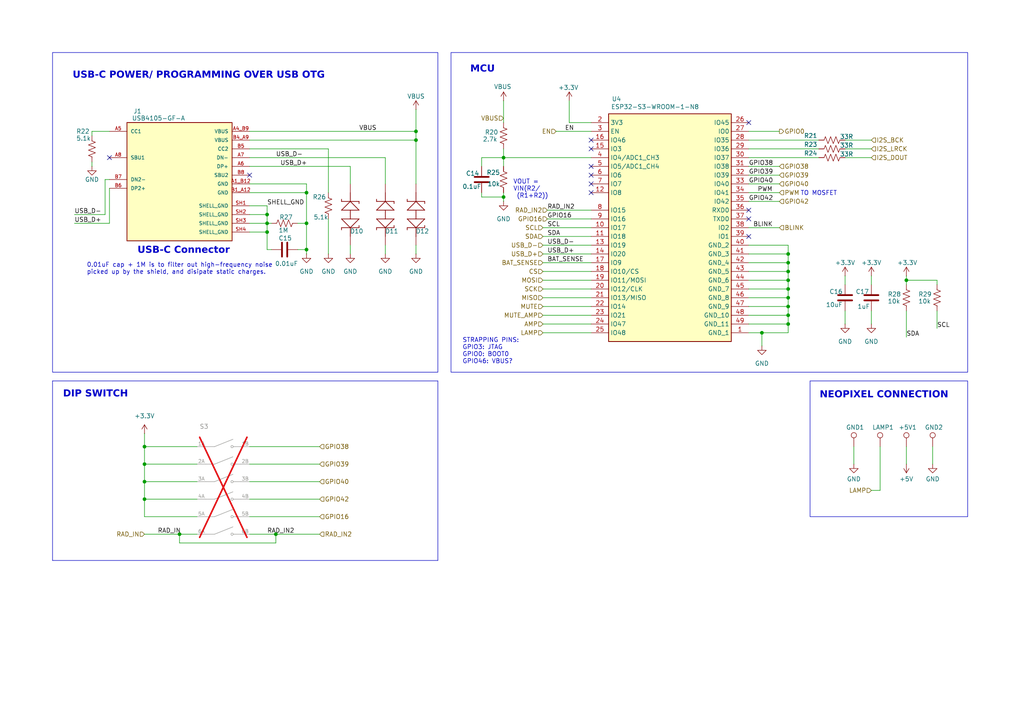
<source format=kicad_sch>
(kicad_sch (version 20250114) (generator "eeschema") (generator_version "9.0")
  (paper "A4")
  (lib_symbols
    (symbol "C_1" (pin_numbers (hide yes)) (pin_names (offset 0.254))
      (property "Reference" "C" (at 0.635 2.54 0))
      (property "Value" "C" (at 0.635 -2.54 0))
      (symbol "C_1_0_1"
        (polyline (pts (xy -2.032 0.762) (xy 2.032 0.762)) (stroke (width 0.508)))
        (polyline (pts (xy -2.032 -0.762) (xy 2.032 -0.762)) (stroke (width 0.508)))
      )
      (symbol "C_1_1_1"
        (pin passive line (at 0 3.81 270) (length 2.794) (name "~") (number "1"))
        (pin passive line (at 0 -3.81 90) (length 2.794) (name "~") (number "2"))
      )
    )
    (symbol "C_2" (pin_numbers (hide yes)) (pin_names (offset 0.254))
      (property "Reference" "C" (at 0.635 2.54 0))
      (property "Value" "C" (at 0.635 -2.54 0))
      (symbol "C_2_0_1"
        (polyline (pts (xy -2.032 0.762) (xy 2.032 0.762)) (stroke (width 0.508)))
        (polyline (pts (xy -2.032 -0.762) (xy 2.032 -0.762)) (stroke (width 0.508)))
      )
      (symbol "C_2_1_1"
        (pin passive line (at 0 3.81 270) (length 2.794) (name "~") (number "1"))
        (pin passive line (at 0 -3.81 90) (length 2.794) (name "~") (number "2"))
      )
    )
    (symbol "C_3" (pin_numbers (hide yes)) (pin_names (offset 0.254))
      (property "Reference" "C" (at 0.635 2.54 0))
      (property "Value" "C" (at 0.635 -2.54 0))
      (symbol "C_3_0_1"
        (polyline (pts (xy -2.032 0.762) (xy 2.032 0.762)) (stroke (width 0.508)))
        (polyline (pts (xy -2.032 -0.762) (xy 2.032 -0.762)) (stroke (width 0.508)))
      )
      (symbol "C_3_1_1"
        (pin passive line (at 0 3.81 270) (length 2.794) (name "~") (number "1"))
        (pin passive line (at 0 -3.81 90) (length 2.794) (name "~") (number "2"))
      )
    )
    (symbol "Connector:TestPoint" (pin_numbers (hide yes)) (pin_names (offset 0.762) (hide yes))
      (property "Reference" "TP" (at 0 6.858 0))
      (property "Value" "TestPoint" (at 0 5.08 0))
      (symbol "TestPoint_0_1"
        (circle (center 0 3.302) (radius 0.762))
      )
      (symbol "TestPoint_1_1"
        (pin passive line (at 0 0 90) (length 2.54) (name "1") (number "1"))
      )
    )
    (symbol "DIP SWITCH DS04-254-2-06BK-SMT:DS04-254-2-06BK-SMT" (pin_names (offset 1.016))
      (property "Reference" "S" (at -2.54 15.24 0))
      (property "Value" "DS04-254-2-06BK-SMT" (at -2.54 -15.24 0))
      (symbol "DS04-254-2-06BK-SMT_0_0"
        (polyline (pts (xy -2.54 12.7) (xy -5.08 12.7)) (stroke (width 0.1524)))
        (polyline (pts (xy -2.54 12.7) (xy 2.794 14.8336)) (stroke (width 0.1524)))
        (polyline (pts (xy -2.54 7.62) (xy -5.08 7.62)) (stroke (width 0.1524)))
        (polyline (pts (xy -2.54 7.62) (xy 2.794 9.7536)) (stroke (width 0.1524)))
        (polyline (pts (xy -2.54 2.54) (xy -5.08 2.54)) (stroke (width 0.1524)))
        (polyline (pts (xy -2.54 2.54) (xy 2.794 4.6736)) (stroke (width 0.1524)))
        (polyline (pts (xy -2.54 -2.54) (xy -5.08 -2.54)) (stroke (width 0.1524)))
        (polyline (pts (xy -2.54 -2.54) (xy 2.794 -0.4064)) (stroke (width 0.1524)))
        (polyline (pts (xy -2.54 -7.62) (xy -5.08 -7.62)) (stroke (width 0.1524)))
        (polyline (pts (xy -2.54 -7.62) (xy 2.794 -5.4864)) (stroke (width 0.1524)))
        (polyline (pts (xy -2.54 -12.7) (xy -5.08 -12.7)) (stroke (width 0.1524)))
        (polyline (pts (xy -2.54 -12.7) (xy 2.794 -10.5664)) (stroke (width 0.1524)))
        (circle (center 2.54 12.7) (radius 0.3302) (stroke (width 0.1524)))
        (circle (center 2.54 7.62) (radius 0.3302) (stroke (width 0.1524)))
        (circle (center 2.54 2.54) (radius 0.3302) (stroke (width 0.1524)))
        (circle (center 2.54 -2.54) (radius 0.3302) (stroke (width 0.1524)))
        (circle (center 2.54 -7.62) (radius 0.3302) (stroke (width 0.1524)))
        (circle (center 2.54 -12.7) (radius 0.3302) (stroke (width 0.1524)))
        (polyline (pts (xy 5.08 12.7) (xy 2.921 12.7)) (stroke (width 0.1524)))
        (polyline (pts (xy 5.08 7.62) (xy 2.921 7.62)) (stroke (width 0.1524)))
        (polyline (pts (xy 5.08 2.54) (xy 2.921 2.54)) (stroke (width 0.1524)))
        (polyline (pts (xy 5.08 -2.54) (xy 2.921 -2.54)) (stroke (width 0.1524)))
        (polyline (pts (xy 5.08 -7.62) (xy 2.921 -7.62)) (stroke (width 0.1524)))
        (polyline (pts (xy 5.08 -12.7) (xy 2.921 -12.7)) (stroke (width 0.1524)))
        (pin passive line (at -7.62 12.7 0) (length 2.54) (name "~") (number "1A"))
        (pin passive line (at -7.62 7.62 0) (length 2.54) (name "~") (number "2A"))
        (pin passive line (at -7.62 2.54 0) (length 2.54) (name "~") (number "3A"))
        (pin passive line (at -7.62 -2.54 0) (length 2.54) (name "~") (number "4A"))
        (pin passive line (at -7.62 -7.62 0) (length 2.54) (name "~") (number "5A"))
        (pin passive line (at -7.62 -12.7 0) (length 2.54) (name "~") (number "6A"))
        (pin passive line (at 7.62 12.7 180) (length 2.54) (name "~") (number "1B"))
        (pin passive line (at 7.62 7.62 180) (length 2.54) (name "~") (number "2B"))
        (pin passive line (at 7.62 2.54 180) (length 2.54) (name "~") (number "3B"))
        (pin passive line (at 7.62 -2.54 180) (length 2.54) (name "~") (number "4B"))
        (pin passive line (at 7.62 -7.62 180) (length 2.54) (name "~") (number "5B"))
        (pin passive line (at 7.62 -12.7 180) (length 2.54) (name "~") (number "6B"))
      )
    )
    (symbol "Device:C" (pin_numbers (hide yes)) (pin_names (offset 0.254))
      (property "Reference" "C" (at 0.635 2.54 0))
      (property "Value" "C" (at 0.635 -2.54 0))
      (symbol "C_0_1"
        (polyline (pts (xy -2.032 0.762) (xy 2.032 0.762)) (stroke (width 0.508)))
        (polyline (pts (xy -2.032 -0.762) (xy 2.032 -0.762)) (stroke (width 0.508)))
      )
      (symbol "C_1_1"
        (pin passive line (at 0 3.81 270) (length 2.794) (name "~") (number "1"))
        (pin passive line (at 0 -3.81 90) (length 2.794) (name "~") (number "2"))
      )
    )
    (symbol "Device:R_US" (pin_numbers (hide yes)) (pin_names (offset 0))
      (property "Reference" "R" (at 2.54 0 90))
      (property "Value" "R_US" (at -2.54 0 90))
      (symbol "R_US_0_1"
        (polyline (pts (xy 0 2.286) (xy 0 2.54)))
        (polyline (pts (xy 0 2.286) (xy 1.016 1.905) (xy 0 1.524) (xy -1.016 1.143) (xy 0 0.762)))
        (polyline (pts (xy 0 0.762) (xy 1.016 0.381) (xy 0 0) (xy -1.016 -0.381) (xy 0 -0.762)))
        (polyline (pts (xy 0 -0.762) (xy 1.016 -1.143) (xy 0 -1.524) (xy -1.016 -1.905) (xy 0 -2.286)))
        (polyline (pts (xy 0 -2.286) (xy 0 -2.54)))
      )
      (symbol "R_US_1_1"
        (pin passive line (at 0 3.81 270) (length 1.27) (name "~") (number "1"))
        (pin passive line (at 0 -3.81 90) (length 1.27) (name "~") (number "2"))
      )
    )
    (symbol "ESP32-S3-WROOM-1-N8:ESP32-S3-WROOM-1-N8"
      (property "Reference" "U" (at -10.16 29.21 0))
      (property "Value" "ESP32-S3-WROOM-1-N8" (at -10.16 26.67 0))
      (symbol "ESP32-S3-WROOM-1-N8_1_1"
        (rectangle (start -10.16 24.13) (end 25.4 -41.91) (stroke (width 0.254)) (fill (type background)))
        (pin passive line (at -15.24 21.59 0) (length 5.08) (name "3V3") (number "2"))
        (pin passive line (at -15.24 19.05 0) (length 5.08) (name "EN") (number "3"))
        (pin passive line (at -15.24 16.51 0) (length 5.08) (name "IO46") (number "16"))
        (pin passive line (at -15.24 13.97 0) (length 5.08) (name "IO3") (number "15"))
        (pin passive line (at -15.24 11.43 0) (length 5.08) (name "IO4/ADC1_CH3") (number "4"))
        (pin passive line (at -15.24 8.89 0) (length 5.08) (name "IO5/ADC1_CH4") (number "5"))
        (pin passive line (at -15.24 6.35 0) (length 5.08) (name "IO6") (number "6"))
        (pin passive line (at -15.24 3.81 0) (length 5.08) (name "IO7") (number "7"))
        (pin passive line (at -15.24 1.27 0) (length 5.08) (name "IO8") (number "12"))
        (pin passive line (at -15.24 -3.81 0) (length 5.08) (name "IO15") (number "8"))
        (pin passive line (at -15.24 -6.35 0) (length 5.08) (name "IO16") (number "9"))
        (pin passive line (at -15.24 -8.89 0) (length 5.08) (name "IO17") (number "10"))
        (pin passive line (at -15.24 -11.43 0) (length 5.08) (name "IO18") (number "11"))
        (pin passive line (at -15.24 -13.97 0) (length 5.08) (name "IO19") (number "13"))
        (pin passive line (at -15.24 -16.51 0) (length 5.08) (name "IO20") (number "14"))
        (pin passive line (at -15.24 -19.05 0) (length 5.08) (name "IO9") (number "17"))
        (pin passive line (at -15.24 -21.59 0) (length 5.08) (name "IO10/CS") (number "18"))
        (pin passive line (at -15.24 -24.13 0) (length 5.08) (name "IO11/MOSI") (number "19"))
        (pin passive line (at -15.24 -26.67 0) (length 5.08) (name "IO12/CLK") (number "20"))
        (pin passive line (at -15.24 -29.21 0) (length 5.08) (name "IO13/MISO") (number "21"))
        (pin passive line (at -15.24 -31.75 0) (length 5.08) (name "IO14") (number "22"))
        (pin passive line (at -15.24 -34.29 0) (length 5.08) (name "IO21") (number "23"))
        (pin passive line (at -15.24 -36.83 0) (length 5.08) (name "IO47") (number "24"))
        (pin passive line (at -15.24 -39.37 0) (length 5.08) (name "IO48") (number "25"))
        (pin passive line (at 30.48 21.59 180) (length 5.08) (name "IO45") (number "26"))
        (pin passive line (at 30.48 19.05 180) (length 5.08) (name "IO0") (number "27"))
        (pin passive line (at 30.48 16.51 180) (length 5.08) (name "IO35") (number "28"))
        (pin passive line (at 30.48 13.97 180) (length 5.08) (name "IO36") (number "29"))
        (pin passive line (at 30.48 11.43 180) (length 5.08) (name "IO37") (number "30"))
        (pin passive line (at 30.48 8.89 180) (length 5.08) (name "IO38") (number "31"))
        (pin passive line (at 30.48 6.35 180) (length 5.08) (name "IO39") (number "32"))
        (pin passive line (at 30.48 3.81 180) (length 5.08) (name "IO40") (number "33"))
        (pin passive line (at 30.48 1.27 180) (length 5.08) (name "IO41") (number "34"))
        (pin passive line (at 30.48 -1.27 180) (length 5.08) (name "IO42") (number "35"))
        (pin passive line (at 30.48 -3.81 180) (length 5.08) (name "RXD0") (number "36"))
        (pin passive line (at 30.48 -6.35 180) (length 5.08) (name "TXD0") (number "37"))
        (pin passive line (at 30.48 -8.89 180) (length 5.08) (name "IO2") (number "38"))
        (pin passive line (at 30.48 -11.43 180) (length 5.08) (name "IO1") (number "39"))
        (pin passive line (at 30.48 -13.97 180) (length 5.08) (name "GND_2") (number "40"))
        (pin passive line (at 30.48 -16.51 180) (length 5.08) (name "GND_3") (number "41"))
        (pin passive line (at 30.48 -19.05 180) (length 5.08) (name "GND_4") (number "42"))
        (pin passive line (at 30.48 -21.59 180) (length 5.08) (name "GND_5") (number "43"))
        (pin passive line (at 30.48 -24.13 180) (length 5.08) (name "GND_6") (number "44"))
        (pin passive line (at 30.48 -26.67 180) (length 5.08) (name "GND_7") (number "45"))
        (pin passive line (at 30.48 -29.21 180) (length 5.08) (name "GND_8") (number "46"))
        (pin passive line (at 30.48 -31.75 180) (length 5.08) (name "GND_9") (number "47"))
        (pin passive line (at 30.48 -34.29 180) (length 5.08) (name "GND_10") (number "48"))
        (pin passive line (at 30.48 -36.83 180) (length 5.08) (name "GND_11") (number "49"))
        (pin passive line (at 30.48 -39.37 180) (length 5.08) (name "GND_1") (number "1"))
      )
    )
    (symbol "PESD5V0S1BA_2" (pin_numbers (hide yes)) (pin_names (offset 0.254) (hide yes))
      (property "Reference" "CR" (at 9.525 -5.715 0))
      (property "Value" "PESD5V0S1BA" (at 8.89 -9.525 0))
      (symbol "PESD5V0S1BA_2_0_1"
        (polyline (pts (xy 2.54 0) (xy 5.08 0)) (stroke (width 0.2032)))
        (polyline (pts (xy 5.08 2.54) (xy 4.445 2.54)) (stroke (width 0.2032)))
        (polyline (pts (xy 5.08 2.54) (xy 5.08 -2.54)) (stroke (width 0.2032)))
        (polyline (pts (xy 5.08 -2.54) (xy 5.715 -2.54)) (stroke (width 0.2032)))
        (polyline (pts (xy 7.62 2.54) (xy 5.08 0)) (stroke (width 0.2032)))
        (polyline (pts (xy 7.62 2.54) (xy 7.62 -2.54)) (stroke (width 0.2032)))
        (polyline (pts (xy 7.62 -2.54) (xy 5.08 0)) (stroke (width 0.2032)))
        (polyline (pts (xy 10.16 2.54) (xy 12.7 0)) (stroke (width 0.2032)))
        (polyline (pts (xy 10.16 0) (xy 7.62 0)) (stroke (width 0.2032)))
        (polyline (pts (xy 10.16 -2.54) (xy 10.16 2.54)) (stroke (width 0.2032)))
        (polyline (pts (xy 10.16 -2.54) (xy 12.7 0)) (stroke (width 0.2032)))
        (polyline (pts (xy 12.7 2.54) (xy 13.335 2.54)) (stroke (width 0.2032)))
        (polyline (pts (xy 12.7 -2.54) (xy 12.065 -2.54)) (stroke (width 0.2032)))
        (polyline (pts (xy 12.7 -2.54) (xy 12.7 2.54)) (stroke (width 0.2032)))
        (polyline (pts (xy 15.24 0) (xy 12.7 0)) (stroke (width 0.2032)))
      )
      (symbol "PESD5V0S1BA_2_1_1"
        (pin power_in line (at 0 0 0) (length 2.54) (name "1") (number "1"))
        (pin passive line (at 17.78 0 180) (length 2.54) (name "2") (number "2"))
      )
    )
    (symbol "USB4105-GF-A_1" (pin_names (offset 1.016))
      (property "Reference" "J" (at -13.97 13.462 0))
      (property "Value" "USB4105-GF-A" (at -14.732 -25.4 0))
      (symbol "USB4105-GF-A_1_0_0"
        (rectangle (start -15.24 12.7) (end 15.24 -21.59) (stroke (width 0.254)) (fill (type background)))
        (pin bidirectional line (at -20.32 10.16 0) (length 5.08) (name "CC1") (number "A5"))
        (pin bidirectional line (at -20.32 2.54 0) (length 5.08) (name "SBU1") (number "A8"))
        (pin power_in line (at 20.32 7.62 180) (length 5.08) (name "VBUS") (number "B4_A9"))
        (pin bidirectional line (at 20.32 5.08 180) (length 5.08) (name "CC2") (number "B5"))
        (pin bidirectional line (at 20.32 -2.54 180) (length 5.08) (name "SBU2") (number "B8"))
        (pin power_in line (at 20.32 -5.08 180) (length 5.08) (name "GND") (number "A1_B12"))
        (pin power_in line (at 20.32 -7.62 180) (length 5.08) (name "GND") (number "B1_A12"))
      )
      (symbol "USB4105-GF-A_1_1_0"
        (pin bidirectional line (at -20.32 -3.81 0) (length 5.08) (name "DN2-") (number "B7"))
        (pin bidirectional line (at -20.32 -6.35 0) (length 5.08) (name "DP2+") (number "B6"))
        (pin power_in line (at 20.32 10.16 180) (length 5.08) (name "VBUS") (number "A4_B9"))
        (pin bidirectional line (at 20.32 2.54 180) (length 5.08) (name "DN-") (number "A7"))
        (pin bidirectional line (at 20.32 0 180) (length 5.08) (name "DP+") (number "A6"))
        (pin passive line (at 20.32 -11.43 180) (length 5.08) (name "SHELL_GND") (number "SH1"))
        (pin passive line (at 20.32 -13.97 180) (length 5.08) (name "SHELL_GND") (number "SH2"))
        (pin passive line (at 20.32 -16.51 180) (length 5.08) (name "SHELL_GND") (number "SH3"))
        (pin passive line (at 20.32 -19.05 180) (length 5.08) (name "SHELL_GND") (number "SH4"))
      )
    )
    (symbol "power:+3.3V" (power) (pin_numbers (hide yes)) (pin_names (offset 0) (hide yes))
      (property "Value" "+3.3V" (at 0 3.556 0))
      (symbol "+3.3V_0_1"
        (polyline (pts (xy -0.762 1.27) (xy 0 2.54)))
        (polyline (pts (xy 0 2.54) (xy 0.762 1.27)))
        (polyline (pts (xy 0 0) (xy 0 2.54)))
      )
      (symbol "+3.3V_1_1"
        (pin power_in line (at 0 0 90) (length 0) (name "~") (number "1"))
      )
    )
    (symbol "power:+5V" (power) (pin_numbers (hide yes)) (pin_names (offset 0) (hide yes))
      (property "Value" "+5V" (at 0 3.556 0))
      (symbol "+5V_0_1"
        (polyline (pts (xy -0.762 1.27) (xy 0 2.54)))
        (polyline (pts (xy 0 2.54) (xy 0.762 1.27)))
        (polyline (pts (xy 0 0) (xy 0 2.54)))
      )
      (symbol "+5V_1_1"
        (pin power_in line (at 0 0 90) (length 0) (name "~") (number "1"))
      )
    )
    (symbol "power:+BATT" (power) (pin_numbers (hide yes)) (pin_names (offset 0) (hide yes))
      (property "Value" "+BATT" (at 0 3.556 0))
      (symbol "+BATT_0_1"
        (polyline (pts (xy -0.762 1.27) (xy 0 2.54)))
        (polyline (pts (xy 0 2.54) (xy 0.762 1.27)))
        (polyline (pts (xy 0 0) (xy 0 2.54)))
      )
      (symbol "+BATT_1_1"
        (pin power_in line (at 0 0 90) (length 0) (name "~") (number "1"))
      )
    )
    (symbol "power:GND" (power) (pin_numbers (hide yes)) (pin_names (offset 0) (hide yes))
      (property "Value" "GND" (at 0 -3.81 0))
      (symbol "GND_0_1"
        (polyline (pts (xy 0 0) (xy 0 -1.27) (xy 1.27 -1.27) (xy 0 -2.54) (xy -1.27 -1.27) (xy 0 -1.27)))
      )
      (symbol "GND_1_1"
        (pin power_in line (at 0 0 270) (length 0) (name "~") (number "1"))
      )
    )
    (symbol "power:VBUS" (power) (pin_numbers (hide yes)) (pin_names (offset 0) (hide yes))
      (property "Value" "VBUS" (at 0 3.556 0))
      (symbol "VBUS_0_1"
        (polyline (pts (xy -0.762 1.27) (xy 0 2.54)))
        (polyline (pts (xy 0 2.54) (xy 0.762 1.27)))
        (polyline (pts (xy 0 0) (xy 0 2.54)))
      )
      (symbol "VBUS_1_1"
        (pin power_in line (at 0 0 90) (length 0) (name "~") (number "1"))
      )
    )
  )
  (rectangle (start 130.81 15.24) (end 280.67 107.95))
  (rectangle (start 15.24 15.24) (end 127 107.95))
  (rectangle (start 234.95 110.49) (end 280.67 149.86))
  (text "USB-C POWER/ PROGRAMMING OVER USB OTG" (at 21.082 23.622 0) (effects (font (size 2 2) (thickness 1.016) (bold yes)) (justify left bottom)))
  (text "0.01uF cap + 1M is to filter out high-frequency noise \npicked up by the shield, and disipate static charges." (at 25.146 77.978 0) (effects (font (size 1.27 1.27)) (justify left)))
  (text "MCU" (at 136.398 21.844 0) (effects (font (size 2 2) (thickness 1.016) (bold yes)) (justify left bottom)))
  (text "DIP SWITCH " (at 18.288 116.078 0) (effects (font (size 2 2) (thickness 1.016) (bold yes)) (justify left bottom)))
  (text "VOUT = \nVIN(R2/\n (R1+R2))" (at 148.844 54.864 0) (effects (font (size 1.27 1.27)) (justify left)))
  (text "TO MOSFET" (at 232.156 56.134 0) (effects (font (size 1.27 1.27)) (justify left)))
  (text "USB-C Connector" (at 39.878 74.422 0) (effects (font (size 2 2) (thickness 0.4064) (bold yes)) (justify left bottom)))
  (text "STRAPPING PINS: \nGPIO3: JTAG\nGPIO0: BOOT0\nGPIO46: VBUS?" (at 134.112 101.854 0) (effects (font (size 1.27 1.27)) (justify left)))
  (text "NEOPIXEL CONNECTION" (at 237.744 116.332 0) (effects (font (size 2 2) (thickness 0.4064) (bold yes)) (justify left bottom)))
  (junction (at 88.9 55.88))
  (junction (at 52.07 154.94))
  (junction (at 120.65 40.64))
  (junction (at 146.05 45.72))
  (junction (at 41.91 144.78))
  (junction (at 80.01 154.94))
  (junction (at 146.05 57.15))
  (junction (at 228.6 86.36))
  (junction (at 88.9 64.77))
  (junction (at 262.89 81.28))
  (junction (at 228.6 88.9))
  (junction (at 77.47 67.31))
  (junction (at 220.98 96.52))
  (junction (at 228.6 76.2))
  (junction (at 228.6 91.44))
  (junction (at 228.6 73.66))
  (junction (at 77.47 64.77))
  (junction (at 228.6 83.82))
  (junction (at 228.6 78.74))
  (junction (at 228.6 93.98))
  (junction (at 41.91 129.54))
  (junction (at 88.9 72.39))
  (junction (at 228.6 81.28))
  (junction (at 120.65 38.1))
  (junction (at 77.47 62.23))
  (junction (at 41.91 139.7))
  (junction (at 41.91 134.62))
  (no_connect (at 72.39 50.8))
  (no_connect (at 171.45 40.64))
  (no_connect (at 217.17 35.56))
  (no_connect (at 171.45 43.18))
  (no_connect (at 171.45 48.26))
  (no_connect (at 217.17 68.58))
  (no_connect (at 171.45 55.88))
  (no_connect (at 171.45 50.8))
  (no_connect (at 217.17 60.96))
  (no_connect (at 171.45 53.34))
  (no_connect (at 31.75 45.72))
  (no_connect (at 217.17 63.5))
  (wire (pts (xy 157.48 86.36) (xy 171.45 86.36)))
  (wire (pts (xy 120.65 40.64) (xy 120.65 53.34)))
  (wire (pts (xy 146.05 45.72) (xy 146.05 48.26)))
  (wire (pts (xy 228.6 91.44) (xy 217.17 91.44)))
  (wire (pts (xy 72.39 149.86) (xy 92.71 149.86)))
  (wire (pts (xy 52.07 157.48) (xy 80.01 157.48)))
  (wire (pts (xy 158.75 63.5) (xy 171.45 63.5)))
  (wire (pts (xy 120.65 38.1) (xy 120.65 40.64)))
  (wire (pts (xy 72.39 134.62) (xy 92.71 134.62)))
  (wire (pts (xy 120.65 31.75) (xy 120.65 38.1)))
  (wire (pts (xy 217.17 45.72) (xy 237.49 45.72)))
  (wire (pts (xy 77.47 72.39) (xy 77.47 67.31)))
  (wire (pts (xy 228.6 78.74) (xy 228.6 81.28)))
  (wire (pts (xy 139.7 45.72) (xy 146.05 45.72)))
  (wire (pts (xy 228.6 86.36) (xy 228.6 88.9)))
  (wire (pts (xy 161.29 38.1) (xy 171.45 38.1)))
  (polyline (pts (xy 127 162.56) (xy 127 110.49)) (stroke (width 0) (type solid)))
  (wire (pts (xy 245.11 43.18) (xy 252.73 43.18)))
  (wire (pts (xy 157.48 73.66) (xy 171.45 73.66)))
  (wire (pts (xy 111.76 45.72) (xy 111.76 53.34)))
  (wire (pts (xy 88.9 64.77) (xy 88.9 72.39)))
  (polyline (pts (xy 15.24 162.56) (xy 127 162.56)))
  (wire (pts (xy 146.05 43.18) (xy 146.05 45.72)))
  (wire (pts (xy 247.65 129.54) (xy 247.65 134.62)))
  (wire (pts (xy 72.39 53.34) (xy 88.9 53.34)))
  (wire (pts (xy 217.17 71.12) (xy 228.6 71.12)))
  (wire (pts (xy 101.6 48.26) (xy 101.6 53.34)))
  (wire (pts (xy 220.98 96.52) (xy 220.98 100.33)))
  (wire (pts (xy 217.17 48.26) (xy 226.06 48.26)))
  (wire (pts (xy 72.39 154.94) (xy 80.01 154.94)))
  (wire (pts (xy 111.76 71.12) (xy 111.76 73.66)))
  (wire (pts (xy 31.75 38.1) (xy 26.67 38.1)))
  (wire (pts (xy 146.05 29.21) (xy 146.05 35.56)))
  (wire (pts (xy 80.01 154.94) (xy 80.01 157.48)))
  (wire (pts (xy 217.17 86.36) (xy 228.6 86.36)))
  (wire (pts (xy 41.91 125.73) (xy 41.91 129.54)))
  (wire (pts (xy 217.17 96.52) (xy 220.98 96.52)))
  (wire (pts (xy 72.39 67.31) (xy 77.47 67.31)))
  (wire (pts (xy 245.11 80.01) (xy 245.11 82.55)))
  (wire (pts (xy 72.39 144.78) (xy 92.71 144.78)))
  (wire (pts (xy 72.39 62.23) (xy 77.47 62.23)))
  (wire (pts (xy 271.78 81.28) (xy 271.78 82.55)))
  (wire (pts (xy 217.17 38.1) (xy 226.06 38.1)))
  (wire (pts (xy 26.67 38.1) (xy 26.67 39.37)))
  (wire (pts (xy 95.25 43.18) (xy 95.25 55.88)))
  (wire (pts (xy 217.17 55.88) (xy 226.06 55.88)))
  (wire (pts (xy 228.6 73.66) (xy 228.6 76.2)))
  (wire (pts (xy 72.39 43.18) (xy 95.25 43.18)))
  (wire (pts (xy 165.1 35.56) (xy 171.45 35.56)))
  (wire (pts (xy 270.51 129.54) (xy 270.51 134.62)))
  (wire (pts (xy 88.9 55.88) (xy 88.9 64.77)))
  (wire (pts (xy 255.27 129.54) (xy 255.27 142.24)))
  (wire (pts (xy 157.48 71.12) (xy 171.45 71.12)))
  (wire (pts (xy 41.91 144.78) (xy 57.15 144.78)))
  (wire (pts (xy 41.91 154.94) (xy 52.07 154.94)))
  (wire (pts (xy 217.17 73.66) (xy 228.6 73.66)))
  (wire (pts (xy 30.48 52.07) (xy 30.48 62.23)))
  (wire (pts (xy 245.11 90.17) (xy 245.11 93.98)))
  (wire (pts (xy 217.17 58.42) (xy 226.06 58.42)))
  (wire (pts (xy 95.25 63.5) (xy 95.25 73.66)))
  (wire (pts (xy 262.89 90.17) (xy 262.89 97.79)))
  (wire (pts (xy 228.6 71.12) (xy 228.6 73.66)))
  (wire (pts (xy 41.91 144.78) (xy 41.91 149.86)))
  (wire (pts (xy 72.39 38.1) (xy 120.65 38.1)))
  (wire (pts (xy 77.47 59.69) (xy 77.47 62.23)))
  (wire (pts (xy 157.48 88.9) (xy 171.45 88.9)))
  (wire (pts (xy 228.6 93.98) (xy 228.6 96.52)))
  (wire (pts (xy 157.48 81.28) (xy 171.45 81.28)))
  (wire (pts (xy 171.45 45.72) (xy 146.05 45.72)))
  (wire (pts (xy 228.6 91.44) (xy 228.6 93.98)))
  (wire (pts (xy 146.05 57.15) (xy 146.05 58.42)))
  (wire (pts (xy 252.73 142.24) (xy 255.27 142.24)))
  (wire (pts (xy 139.7 57.15) (xy 146.05 57.15)))
  (wire (pts (xy 72.39 48.26) (xy 101.6 48.26)))
  (wire (pts (xy 72.39 45.72) (xy 111.76 45.72)))
  (wire (pts (xy 157.48 66.04) (xy 171.45 66.04)))
  (wire (pts (xy 21.59 62.23) (xy 30.48 62.23)))
  (wire (pts (xy 217.17 83.82) (xy 228.6 83.82)))
  (wire (pts (xy 217.17 78.74) (xy 228.6 78.74)))
  (wire (pts (xy 86.36 64.77) (xy 88.9 64.77)))
  (wire (pts (xy 262.89 81.28) (xy 262.89 82.55)))
  (wire (pts (xy 217.17 53.34) (xy 226.06 53.34)))
  (wire (pts (xy 217.17 40.64) (xy 237.49 40.64)))
  (wire (pts (xy 77.47 72.39) (xy 78.74 72.39)))
  (wire (pts (xy 31.75 52.07) (xy 30.48 52.07)))
  (wire (pts (xy 217.17 66.04) (xy 226.06 66.04)))
  (wire (pts (xy 52.07 154.94) (xy 52.07 157.48)))
  (wire (pts (xy 80.01 154.94) (xy 92.71 154.94)))
  (wire (pts (xy 26.67 46.99) (xy 26.67 48.26)))
  (wire (pts (xy 41.91 129.54) (xy 57.15 129.54)))
  (wire (pts (xy 245.11 45.72) (xy 252.73 45.72)))
  (wire (pts (xy 228.6 81.28) (xy 228.6 83.82)))
  (wire (pts (xy 72.39 139.7) (xy 92.71 139.7)))
  (wire (pts (xy 217.17 50.8) (xy 226.06 50.8)))
  (wire (pts (xy 72.39 64.77) (xy 77.47 64.77)))
  (wire (pts (xy 88.9 72.39) (xy 88.9 73.66)))
  (wire (pts (xy 228.6 88.9) (xy 228.6 91.44)))
  (wire (pts (xy 41.91 134.62) (xy 41.91 139.7)))
  (wire (pts (xy 157.48 96.52) (xy 171.45 96.52)))
  (wire (pts (xy 72.39 55.88) (xy 88.9 55.88)))
  (wire (pts (xy 228.6 76.2) (xy 228.6 78.74)))
  (wire (pts (xy 228.6 83.82) (xy 228.6 86.36)))
  (wire (pts (xy 146.05 55.88) (xy 146.05 57.15)))
  (wire (pts (xy 157.48 78.74) (xy 171.45 78.74)))
  (polyline (pts (xy 15.24 110.49) (xy 127 110.49)))
  (wire (pts (xy 41.91 129.54) (xy 41.91 134.62)))
  (wire (pts (xy 77.47 64.77) (xy 77.47 67.31)))
  (wire (pts (xy 245.11 40.64) (xy 252.73 40.64)))
  (wire (pts (xy 101.6 71.12) (xy 101.6 73.66)))
  (wire (pts (xy 262.89 129.54) (xy 262.89 134.62)))
  (wire (pts (xy 86.36 72.39) (xy 88.9 72.39)))
  (wire (pts (xy 77.47 62.23) (xy 77.47 64.77)))
  (wire (pts (xy 157.48 83.82) (xy 171.45 83.82)))
  (wire (pts (xy 139.7 48.26) (xy 139.7 45.72)))
  (wire (pts (xy 41.91 149.86) (xy 57.15 149.86)))
  (wire (pts (xy 217.17 93.98) (xy 228.6 93.98)))
  (wire (pts (xy 41.91 139.7) (xy 57.15 139.7)))
  (wire (pts (xy 157.48 68.58) (xy 171.45 68.58)))
  (wire (pts (xy 262.89 81.28) (xy 271.78 81.28)))
  (wire (pts (xy 252.73 90.17) (xy 252.73 93.98)))
  (wire (pts (xy 157.48 76.2) (xy 171.45 76.2)))
  (wire (pts (xy 72.39 59.69) (xy 77.47 59.69)))
  (wire (pts (xy 217.17 81.28) (xy 228.6 81.28)))
  (wire (pts (xy 271.78 90.17) (xy 271.78 95.25)))
  (wire (pts (xy 165.1 29.21) (xy 165.1 35.56)))
  (wire (pts (xy 217.17 43.18) (xy 237.49 43.18)))
  (wire (pts (xy 88.9 53.34) (xy 88.9 55.88)))
  (wire (pts (xy 217.17 88.9) (xy 228.6 88.9)))
  (wire (pts (xy 252.73 80.01) (xy 252.73 82.55)))
  (wire (pts (xy 262.89 80.01) (xy 262.89 81.28)))
  (wire (pts (xy 41.91 139.7) (xy 41.91 144.78)))
  (wire (pts (xy 157.48 93.98) (xy 171.45 93.98)))
  (wire (pts (xy 57.15 134.62) (xy 41.91 134.62)))
  (wire (pts (xy 72.39 40.64) (xy 120.65 40.64)))
  (wire (pts (xy 120.65 71.12) (xy 120.65 73.66)))
  (wire (pts (xy 78.74 64.77) (xy 77.47 64.77)))
  (wire (pts (xy 52.07 154.94) (xy 57.15 154.94)))
  (wire (pts (xy 21.59 64.77) (xy 31.75 64.77)))
  (wire (pts (xy 139.7 55.88) (xy 139.7 57.15)))
  (wire (pts (xy 158.75 60.96) (xy 171.45 60.96)))
  (wire (pts (xy 72.39 129.54) (xy 92.71 129.54)))
  (wire (pts (xy 217.17 76.2) (xy 228.6 76.2)))
  (wire (pts (xy 31.75 64.77) (xy 31.75 54.61)))
  (wire (pts (xy 157.48 91.44) (xy 171.45 91.44)))
  (wire (pts (xy 220.98 96.52) (xy 228.6 96.52)))
  (polyline (pts (xy 15.24 110.49) (xy 15.24 162.56)))
  (label "USB_D+" (at 158.75 73.66 0))
  (label "PWM" (at 219.71 55.88 0))
  (label "SHELL_GND" (at 77.47 59.69 0))
  (label "SDA" (at 158.75 68.58 0))
  (label "USB_D-" (at 80.01 45.72 0))
  (label "GPIO42" (at 217.17 58.42 0))
  (label "SCL" (at 158.75 66.04 0))
  (label "GPIO16" (at 158.75 63.5 0))
  (label "USB_D-" (at 158.75 71.12 0))
  (label "SCL" (at 271.78 95.25 0))
  (label "GPIO40" (at 217.17 53.34 0))
  (label "EN" (at 163.83 38.1 0))
  (label "BLINK" (at 218.44 66.04 0))
  (label "USB_D+" (at 81.28 48.26 0))
  (label "USB_D-" (at 21.59 62.23 0))
  (label "USB_D+" (at 21.59 64.77 0))
  (label "RAD_IN2" (at 158.75 60.96 0))
  (label "RAD_IN2" (at 77.47 154.94 0))
  (label "GPIO39" (at 217.17 50.8 0))
  (label "VBUS" (at 104.14 38.1 0))
  (label "RAD_IN" (at 45.72 154.94 0))
  (label "BAT_SENSE" (at 158.75 76.2 0))
  (label "GPIO38" (at 217.17 48.26 0))
  (label "SDA" (at 262.89 97.79 0))
  (hierarchical_label "I2S_BCK" (shape input) (at 252.73 40.64 0))
  (hierarchical_label "LAMP" (shape input) (at 157.48 96.52 180))
  (hierarchical_label "USB_D+" (shape input) (at 157.48 73.66 180))
  (hierarchical_label "GPIO0" (shape output) (at 226.06 38.1 0))
  (hierarchical_label "I2S_DOUT" (shape input) (at 252.73 45.72 0))
  (hierarchical_label "SDA" (shape input) (at 157.48 68.58 180))
  (hierarchical_label "GPIO40" (shape input) (at 92.71 139.7 0))
  (hierarchical_label "CS" (shape input) (at 157.48 78.74 180))
  (hierarchical_label "GPIO40" (shape input) (at 226.06 53.34 0))
  (hierarchical_label "USB_D-" (shape input) (at 157.48 71.12 180))
  (hierarchical_label "BAT_SENSE" (shape input) (at 157.48 76.2 180))
  (hierarchical_label "LAMP" (shape input) (at 252.73 142.24 180))
  (hierarchical_label "RAD_IN2" (shape input) (at 158.75 60.96 180))
  (hierarchical_label "EN" (shape input) (at 161.29 38.1 180))
  (hierarchical_label "MISO" (shape input) (at 157.48 86.36 180))
  (hierarchical_label "PWM" (shape input) (at 226.06 55.88 0))
  (hierarchical_label "AMP" (shape input) (at 157.48 93.98 180))
  (hierarchical_label "GPIO42" (shape input) (at 226.06 58.42 0))
  (hierarchical_label "GPIO39" (shape input) (at 226.06 50.8 0))
  (hierarchical_label "GPIO38" (shape input) (at 226.06 48.26 0))
  (hierarchical_label "I2S_LRCK" (shape input) (at 252.73 43.18 0))
  (hierarchical_label "SCL" (shape input) (at 157.48 66.04 180))
  (hierarchical_label "MUTE_AMP" (shape input) (at 157.48 91.44 180))
  (hierarchical_label "GPIO39" (shape input) (at 92.71 134.62 0))
  (hierarchical_label "SCK" (shape input) (at 157.48 83.82 180))
  (hierarchical_label "GPIO16" (shape input) (at 158.75 63.5 180))
  (hierarchical_label "GPIO42" (shape input) (at 92.71 144.78 0))
  (hierarchical_label "RAD_IN2" (shape input) (at 92.71 154.94 0))
  (hierarchical_label "GPIO16" (shape input) (at 92.71 149.86 0))
  (hierarchical_label "VBUS" (shape input) (at 146.05 34.29 180))
  (hierarchical_label "MOSI" (shape input) (at 157.48 81.28 180))
  (hierarchical_label "BLINK" (shape input) (at 226.06 66.04 0))
  (hierarchical_label "GPIO38" (shape input) (at 92.71 129.54 0))
  (hierarchical_label "MUTE" (shape input) (at 157.48 88.9 180))
  (hierarchical_label "RAD_IN" (shape input) (at 41.91 154.94 180))
  (symbol (lib_name "PESD5V0S1BA_2") (lib_id "PESD5V0S1BA:PESD5V0S1BA") (at 101.6 71.12 90) (unit 1)
    (property "Reference" "D10" (at 105.41 67.056 90) (effects (justify left)))
    (property "Value" "PESD5V0S1BA" (effects (hide yes)))
    (property "Footprint" "Diode_SMD:D_SOD-323" (effects (hide yes)))
    (property "Datasheet" "PESD5V0S1BA" (effects (hide yes)))
    (property "Description" "ESD protection diode, 5.0Vrwm, SOD-323" (effects (hide yes)))
    (property "MPN" "PESD5V0S1BA,115" (effects (hide yes)))
  )
  (symbol (lib_id "power:GND") (at 26.67 48.26 0) (unit 1)
    (property "Reference" "#PWR040" (effects (hide yes)))
    (property "Value" "GND" (at 26.67 52.07 0))
  )
  (symbol (lib_name "USB4105-GF-A_1") (lib_id "USB4105-GF-A:USB4105-GF-A") (at 52.07 48.26 0) (unit 1)
    (property "Reference" "J1" (at 39.878 32.258 0))
    (property "Value" "USB4105-GF-A" (at 45.974 34.29 0))
    (property "Footprint" "USB4105-GF-A:GCT_USB4105-GF-A" (effects (hide yes)))
    (property "MPN" "USB4105-GF-A" (effects (hide yes)))
  )
  (symbol (lib_id "power:+3.3V") (at 245.11 80.01 0) (unit 1)
    (property "Reference" "#PWR047" (effects (hide yes)))
    (property "Value" "+3.3V" (at 245.11 76.2 0))
    (property "Description" "Power symbol creates a global label with name \"+3.3V\"" (effects (hide yes)))
  )
  (symbol (lib_id "power:GND") (at 220.98 100.33 0) (unit 1)
    (property "Reference" "#PWR052" (effects (hide yes)))
    (property "Value" "GND" (at 220.98 105.41 0))
    (property "Description" "Power symbol creates a global label with name \"GND\" , ground" (effects (hide yes)))
  )
  (symbol (lib_id "power:GND") (at 120.65 73.66 0) (unit 1)
    (property "Reference" "#PWR046" (effects (hide yes)))
    (property "Value" "GND" (at 120.65 78.74 0))
    (property "Description" "Power symbol creates a global label with name \"GND\" , ground" (effects (hide yes)))
  )
  (symbol (lib_id "power:GND") (at 111.76 73.66 0) (unit 1)
    (property "Reference" "#PWR045" (effects (hide yes)))
    (property "Value" "GND" (at 111.76 78.74 0))
    (property "Description" "Power symbol creates a global label with name \"GND\" , ground" (effects (hide yes)))
  )
  (symbol (lib_id "ESP32-S3-WROOM-1-N8:ESP32-S3-WROOM-1-N8") (at 186.69 57.15 0) (unit 1)
    (property "Reference" "U4" (at 178.816 28.702 0))
    (property "Value" "ESP32-S3-WROOM-1-N8" (at 189.992 30.988 0))
    (property "Footprint" "KiCad:ESP32S3WROOM1N8R2" (effects (hide yes)))
    (property "Datasheet" "https://www.espressif.com/sites/default/files/documentation/esp32-s3-wroom-1_wroom-1u_datasheet_en.pdf" (effects (hide yes)))
    (property "Description" "SMD MODULE, ESP32-S3, 8 MB SPI F" (effects (hide yes)))
    (property "Height" "3.25" (effects (hide yes)))
    (property "Mouser Part Number" "356-ESP32-S3WROOM1N8" (effects (hide yes)))
    (property "Mouser Price/Stock" "https://www.mouser.co.uk/ProductDetail/Espressif-Systems/ESP32-S3-WROOM-1-N8?qs=Wj%2FVkw3K%252BMC1mq0KGPvoSQ%3D%3D" (effects (hide yes)))
    (property "Manufacturer_Name" "Espressif Systems" (effects (hide yes)))
    (property "MPN" "ESP32-S3-WROOM-1-N8" (effects (hide yes)))
  )
  (symbol (lib_name "C_2") (lib_id "Device:C") (at 245.11 86.36 0) (unit 1)
    (property "Reference" "C16" (at 240.538 84.582 0) (effects (justify left)))
    (property "Value" "10uF" (at 239.522 88.392 0) (effects (justify left)))
    (property "Footprint" "Capacitor_SMD:C_0805_2012Metric" (effects (hide yes)))
    (property "Description" "Unpolarized capacitor" (effects (hide yes)))
    (property "MPN" "CL21B106KPQNNNE" (effects (hide yes)))
  )
  (symbol (lib_id "power:+BATT") (at 146.05 29.21 0) (unit 1)
    (property "Reference" "#PWR037" (effects (hide yes)))
    (property "Value" "VBUS" (at 145.796 25.146 0))
    (property "Description" "Power symbol creates a global label with name \"+BATT\"" (effects (hide yes)))
  )
  (symbol (lib_id "Device:R_US") (at 262.89 86.36 180) (unit 1)
    (property "Reference" "R28" (at 261.366 85.344 0) (effects (justify left)))
    (property "Value" "10k" (at 261.112 87.376 0) (effects (justify left)))
    (property "Footprint" "Resistor_SMD:R_0805_2012Metric" (effects (hide yes)))
    (property "Description" "Resistor, US symbol" (effects (hide yes)))
    (property "MPN" "RMCF0805FT10K0" (effects (hide yes)))
  )
  (symbol (lib_id "power:+3.3V") (at 165.1 29.21 0) (unit 1)
    (property "Reference" "#PWR038" (effects (hide yes)))
    (property "Value" "+3.3V" (at 164.846 25.4 0))
    (property "Description" "Power symbol creates a global label with name \"+3.3V\"" (effects (hide yes)))
  )
  (symbol (lib_id "Device:R_US") (at 271.78 86.36 180) (unit 1)
    (property "Reference" "R29" (at 270.256 85.344 0) (effects (justify left)))
    (property "Value" "10k" (at 270.002 87.376 0) (effects (justify left)))
    (property "Footprint" "Resistor_SMD:R_0805_2012Metric" (effects (hide yes)))
    (property "Description" "Resistor, US symbol" (effects (hide yes)))
    (property "MPN" "RMCF0805FT10K0" (effects (hide yes)))
  )
  (symbol (lib_id "Device:R_US") (at 95.25 59.69 0) (unit 1)
    (property "Reference" "R26" (at 90.678 57.15 0) (effects (justify left)))
    (property "Value" "5.1k" (at 90.932 62.992 0) (effects (justify left)))
    (property "Footprint" "Resistor_SMD:R_0805_2012Metric" (effects (hide yes)))
    (property "Description" "Resistor, US symbol" (effects (hide yes)))
    (property "MPN" "RC0805JR-075K1L" (effects (hide yes)))
  )
  (symbol (lib_id "power:GND") (at 245.11 93.98 0) (unit 1)
    (property "Reference" "#PWR050" (effects (hide yes)))
    (property "Value" "GND" (at 245.11 99.06 0))
    (property "Description" "Power symbol creates a global label with name \"GND\" , ground" (effects (hide yes)))
  )
  (symbol (lib_id "power:GND") (at 95.25 73.66 0) (unit 1)
    (property "Reference" "#PWR043" (effects (hide yes)))
    (property "Value" "GND" (at 95.25 78.74 0))
    (property "Description" "Power symbol creates a global label with name \"GND\" , ground" (effects (hide yes)))
  )
  (symbol (lib_id "power:GND") (at 88.9 73.66 0) (unit 1)
    (property "Reference" "#PWR042" (effects (hide yes)))
    (property "Value" "GND" (at 88.9 78.74 0))
    (property "Description" "Power symbol creates a global label with name \"GND\" , ground" (effects (hide yes)))
  )
  (symbol (lib_id "Device:R_US") (at 26.67 43.18 0) (unit 1)
    (property "Reference" "R22" (at 22.098 38.1 0) (effects (justify left)))
    (property "Value" "5.1k" (at 22.098 40.132 0) (effects (justify left)))
    (property "Footprint" "Resistor_SMD:R_0805_2012Metric" (effects (hide yes)))
    (property "Description" "Resistor, US symbol" (effects (hide yes)))
    (property "MPN" "RC0805JR-075K1L" (effects (hide yes)))
  )
  (symbol (lib_id "Device:R_US") (at 241.3 45.72 270) (unit 1)
    (property "Reference" "R24" (at 233.172 44.45 90) (effects (justify left)))
    (property "Value" "33R" (at 243.586 44.704 90) (effects (justify left)))
    (property "Footprint" "Resistor_SMD:R_0805_2012Metric" (effects (hide yes)))
    (property "Description" "Resistor, US symbol" (effects (hide yes)))
    (property "MPN" "RC0805FR-0733RL" (effects (hide yes)))
  )
  (symbol (lib_id "power:GND") (at 101.6 73.66 0) (unit 1)
    (property "Reference" "#PWR044" (effects (hide yes)))
    (property "Value" "GND" (at 101.6 78.74 0))
    (property "Description" "Power symbol creates a global label with name \"GND\" , ground" (effects (hide yes)))
  )
  (symbol (lib_id "power:GND") (at 270.51 134.62 0) (unit 1)
    (property "Reference" "#PWR057" (effects (hide yes)))
    (property "Value" "GND" (at 270.51 138.938 0))
    (property "Description" "Power symbol creates a global label with name \"GND\" , ground" (effects (hide yes)))
  )
  (symbol (lib_id "Device:R_US") (at 146.05 52.07 180) (unit 1)
    (property "Reference" "R25" (at 145.034 50.038 0) (effects (justify left)))
    (property "Value" "10k" (at 145.034 53.34 0) (effects (justify left)))
    (property "Footprint" "Resistor_SMD:R_0805_2012Metric" (effects (hide yes)))
    (property "Description" "Resistor, US symbol" (effects (hide yes)))
    (property "MPN" "RMCF0805FT10K0" (effects (hide yes)))
  )
  (symbol (lib_name "PESD5V0S1BA_2") (lib_id "PESD5V0S1BA:PESD5V0S1BA") (at 120.65 71.12 90) (unit 1)
    (property "Reference" "D12" (at 124.46 67.056 90) (effects (justify left)))
    (property "Value" "PESD5V0S1BA" (effects (hide yes)))
    (property "Footprint" "Diode_SMD:D_SOD-323" (effects (hide yes)))
    (property "Datasheet" "PESD5V0S1BA" (effects (hide yes)))
    (property "Description" "ESD protection diode, 5.0Vrwm, SOD-323" (effects (hide yes)))
    (property "MPN" "PESD5V0S1BA,115" (effects (hide yes)))
  )
  (symbol (lib_id "Device:R_US") (at 146.05 39.37 180) (unit 1)
    (property "Reference" "R20" (at 144.526 38.354 0) (effects (justify left)))
    (property "Value" "2.7k" (at 144.272 40.386 0) (effects (justify left)))
    (property "Footprint" "Resistor_SMD:R_0805_2012Metric" (effects (hide yes)))
    (property "Description" "Resistor, US symbol" (effects (hide yes)))
    (property "MPN" "CRG0805F2K7" (effects (hide yes)))
  )
  (symbol (lib_id "power:+5V") (at 262.89 134.62 0) (mirror x) (unit 1)
    (property "Reference" "#PWR055" (effects (hide yes)))
    (property "Value" "+5V" (at 262.89 138.938 0))
    (property "Description" "Power symbol creates a global label with name \"+5V\"" (effects (hide yes)))
  )
  (symbol (lib_id "Device:C") (at 139.7 52.07 0) (unit 1)
    (property "Reference" "C14" (at 135.128 50.292 0) (effects (justify left)))
    (property "Value" "0.1uF" (at 134.112 54.102 0) (effects (justify left)))
    (property "Footprint" "Capacitor_SMD:C_0805_2012Metric" (effects (hide yes)))
    (property "Description" "Unpolarized capacitor" (effects (hide yes)))
    (property "MPN" "CC0805KRX7R9BB104" (effects (hide yes)))
  )
  (symbol (lib_id "power:+3.3V") (at 262.89 80.01 0) (unit 1)
    (property "Reference" "#PWR049" (effects (hide yes)))
    (property "Value" "+3.3V" (at 263.144 76.2 0))
    (property "Description" "Power symbol creates a global label with name \"+3.3V\"" (effects (hide yes)))
  )
  (symbol (lib_id "power:+3.3V") (at 252.73 80.01 0) (unit 1)
    (property "Reference" "#PWR048" (effects (hide yes)))
    (property "Value" "+3.3V" (at 252.73 76.2 0))
    (property "Description" "Power symbol creates a global label with name \"+3.3V\"" (effects (hide yes)))
  )
  (symbol (lib_id "Connector:TestPoint") (at 262.89 129.54 0) (unit 1)
    (property "Reference" "+5V1" (at 260.604 123.952 0) (effects (justify left)))
    (property "Value" "TestPoint" (effects (hide yes)))
    (property "Footprint" "Connector_Pin:Pin_D1.0mm_L10.0mm" (effects (hide yes)))
    (property "Description" "test point" (effects (hide yes)))
  )
  (symbol (lib_id "power:GND") (at 252.73 93.98 0) (unit 1)
    (property "Reference" "#PWR051" (effects (hide yes)))
    (property "Value" "GND" (at 252.73 99.06 0))
    (property "Description" "Power symbol creates a global label with name \"GND\" , ground" (effects (hide yes)))
  )
  (symbol (lib_id "Connector:TestPoint") (at 247.65 129.54 0) (unit 1)
    (property "Reference" "GND1" (at 245.364 123.952 0) (effects (justify left)))
    (property "Value" "TestPoint" (effects (hide yes)))
    (property "Footprint" "Connector_Pin:Pin_D1.0mm_L10.0mm" (effects (hide yes)))
    (property "Description" "test point" (effects (hide yes)))
  )
  (symbol (lib_id "Connector:TestPoint") (at 270.51 129.54 0) (unit 1)
    (property "Reference" "GND2" (at 268.224 123.952 0) (effects (justify left)))
    (property "Value" "TestPoint" (effects (hide yes)))
    (property "Footprint" "Connector_Pin:Pin_D1.0mm_L10.0mm" (effects (hide yes)))
    (property "Description" "test point" (effects (hide yes)))
  )
  (symbol (lib_id "Device:R_US") (at 82.55 64.77 90) (unit 1)
    (property "Reference" "R27" (at 81.026 62.992 90) (effects (justify right)))
    (property "Value" "1M" (at 80.772 66.802 90) (effects (justify right)))
    (property "Footprint" "Resistor_SMD:R_0805_2012Metric" (effects (hide yes)))
    (property "Description" "Resistor, US symbol" (effects (hide yes)))
    (property "MPN" "RC0805JR-071ML" (effects (hide yes)))
  )
  (symbol (lib_id "DIP SWITCH DS04-254-2-06BK-SMT:DS04-254-2-06BK-SMT") (at 64.77 142.24 0) (unit 1) (in_bom no) (on_board no) (dnp yes)
    (property "Reference" "S3" (at 59.182 123.698 0))
    (property "Value" "DS04-254-2-06BK-SMT" (effects (hide yes)))
    (property "Footprint" "DIP switch:DIP SWITCH SW_DS04-254-2-06BK-SMT" (effects (hide yes)))
    (property "MPN" "DS04-254-2-06BK-SMT" (effects (hide yes)))
  )
  (symbol (lib_id "power:+3.3V") (at 41.91 125.73 0) (unit 1)
    (property "Reference" "#PWR053" (effects (hide yes)))
    (property "Value" "+3.3V" (at 41.91 120.65 0))
    (property "Description" "Power symbol creates a global label with name \"+3.3V\"" (effects (hide yes)))
  )
  (symbol (lib_id "power:GND") (at 247.65 134.62 0) (unit 1)
    (property "Reference" "#PWR054" (effects (hide yes)))
    (property "Value" "GND" (at 247.65 138.938 0))
    (property "Description" "Power symbol creates a global label with name \"GND\" , ground" (effects (hide yes)))
  )
  (symbol (lib_name "C_1") (lib_id "Device:C") (at 82.55 72.39 270) (unit 1)
    (property "Reference" "C15" (at 80.772 69.088 90) (effects (justify left)))
    (property "Value" "0.01uF" (at 79.756 76.454 90) (effects (justify left)))
    (property "Footprint" "Capacitor_SMD:C_0805_2012Metric" (effects (hide yes)))
    (property "Description" "Unpolarized capacitor" (effects (hide yes)))
    (property "MPN" "C0805C103K5RACTU" (effects (hide yes)))
  )
  (symbol (lib_id "Connector:TestPoint") (at 255.27 129.54 0) (unit 1)
    (property "Reference" "LAMP1" (at 252.984 123.952 0) (effects (justify left)))
    (property "Value" "TestPoint" (effects (hide yes)))
    (property "Footprint" "Connector_Pin:Pin_D1.0mm_L10.0mm" (effects (hide yes)))
    (property "Description" "test point" (effects (hide yes)))
  )
  (symbol (lib_id "power:VBUS") (at 120.65 31.75 0) (unit 1)
    (property "Reference" "#PWR039" (effects (hide yes)))
    (property "Value" "VBUS" (at 120.65 27.94 0))
    (property "Description" "Power symbol creates a global label with name \"VBUS\"" (effects (hide yes)))
  )
  (symbol (lib_name "C_3") (lib_id "Device:C") (at 252.73 86.36 0) (unit 1)
    (property "Reference" "C17" (at 248.158 84.582 0) (effects (justify left)))
    (property "Value" "1uF" (at 248.666 88.9 0) (effects (justify left)))
    (property "Footprint" "Capacitor_SMD:C_0805_2012Metric" (effects (hide yes)))
    (property "Description" "Unpolarized capacitor" (effects (hide yes)))
    (property "MPN" "CC0805KKX5R6BB105" (effects (hide yes)))
  )
  (symbol (lib_id "power:GND") (at 146.05 58.42 0) (unit 1)
    (property "Reference" "#PWR041" (effects (hide yes)))
    (property "Value" "GND" (at 146.05 63.5 0))
    (property "Description" "Power symbol creates a global label with name \"GND\" , ground" (effects (hide yes)))
  )
  (symbol (lib_id "Device:R_US") (at 241.3 40.64 270) (unit 1)
    (property "Reference" "R21" (at 233.172 39.37 90) (effects (justify left)))
    (property "Value" "33R" (at 243.586 39.624 90) (effects (justify left)))
    (property "Footprint" "Resistor_SMD:R_0805_2012Metric" (effects (hide yes)))
    (property "Description" "Resistor, US symbol" (effects (hide yes)))
    (property "MPN" "RC0805FR-0733RL" (effects (hide yes)))
  )
  (symbol (lib_id "Device:R_US") (at 241.3 43.18 270) (unit 1)
    (property "Reference" "R23" (at 233.172 41.91 90) (effects (justify left)))
    (property "Value" "33R" (at 243.586 42.164 90) (effects (justify left)))
    (property "Footprint" "Resistor_SMD:R_0805_2012Metric" (effects (hide yes)))
    (property "Description" "Resistor, US symbol" (effects (hide yes)))
    (property "MPN" "RC0805FR-0733RL" (effects (hide yes)))
  )
  (symbol (lib_name "PESD5V0S1BA_2") (lib_id "PESD5V0S1BA:PESD5V0S1BA") (at 111.76 71.12 90) (unit 1)
    (property "Reference" "D11" (at 115.57 67.056 90) (effects (justify left)))
    (property "Value" "PESD5V0S1BA" (effects (hide yes)))
    (property "Footprint" "Diode_SMD:D_SOD-323" (effects (hide yes)))
    (property "Datasheet" "PESD5V0S1BA" (effects (hide yes)))
    (property "Description" "ESD protection diode, 5.0Vrwm, SOD-323" (effects (hide yes)))
    (property "MPN" "PESD5V0S1BA,115" (effects (hide yes)))
  )
)
</source>
